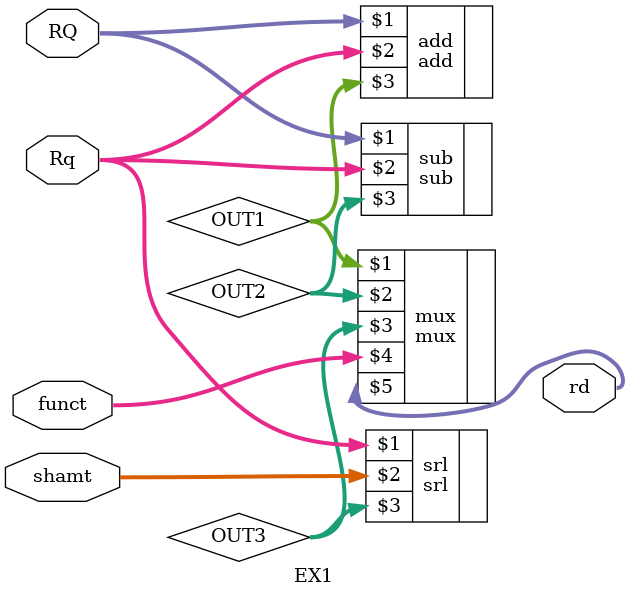
<source format=v>
module EX1
(
      input      [31:0] RQ, Rq, 
   input      [4:0] shamt, 
   input      [5:0] funct,
     output     [31:0] rd
);
  
  wire [31:0] OUT1, OUT2, OUT3;
  
  add add(RQ,Rq,OUT1);
  sub sub(RQ,Rq,OUT2);
  srl srl(Rq,shamt,OUT3);
   
  mux mux(OUT1,OUT2,OUT3, funct, rd);
endmodule
</source>
